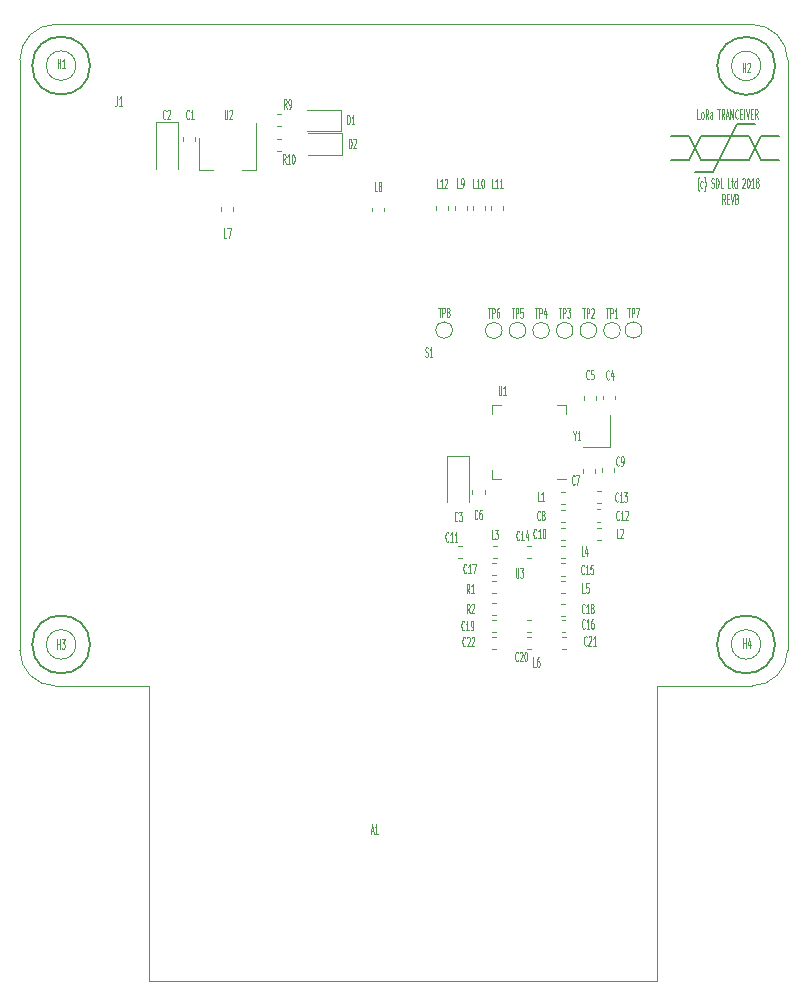
<source format=gbr>
G04 #@! TF.GenerationSoftware,KiCad,Pcbnew,5.0.2-bee76a0~70~ubuntu18.04.1*
G04 #@! TF.CreationDate,2019-08-06T12:18:04+01:00*
G04 #@! TF.ProjectId,LoRa-hat,4c6f5261-2d68-4617-942e-6b696361645f,rev?*
G04 #@! TF.SameCoordinates,Original*
G04 #@! TF.FileFunction,Legend,Top*
G04 #@! TF.FilePolarity,Positive*
%FSLAX46Y46*%
G04 Gerber Fmt 4.6, Leading zero omitted, Abs format (unit mm)*
G04 Created by KiCad (PCBNEW 5.0.2-bee76a0~70~ubuntu18.04.1) date Tue 06 Aug 2019 12:18:04 BST*
%MOMM*%
%LPD*%
G01*
G04 APERTURE LIST*
%ADD10C,0.100000*%
%ADD11C,0.120000*%
%ADD12C,0.150000*%
G04 APERTURE END LIST*
D10*
X89500000Y-116820000D02*
X89500000Y-141840000D01*
X138261428Y-76011904D02*
X138128095Y-75630952D01*
X138032857Y-76011904D02*
X138032857Y-75211904D01*
X138185238Y-75211904D01*
X138223333Y-75250000D01*
X138242380Y-75288095D01*
X138261428Y-75364285D01*
X138261428Y-75478571D01*
X138242380Y-75554761D01*
X138223333Y-75592857D01*
X138185238Y-75630952D01*
X138032857Y-75630952D01*
X138432857Y-75592857D02*
X138566190Y-75592857D01*
X138623333Y-76011904D02*
X138432857Y-76011904D01*
X138432857Y-75211904D01*
X138623333Y-75211904D01*
X138737619Y-75211904D02*
X138870952Y-76011904D01*
X139004285Y-75211904D01*
X139270952Y-75592857D02*
X139328095Y-75630952D01*
X139347142Y-75669047D01*
X139366190Y-75745238D01*
X139366190Y-75859523D01*
X139347142Y-75935714D01*
X139328095Y-75973809D01*
X139290000Y-76011904D01*
X139137619Y-76011904D01*
X139137619Y-75211904D01*
X139270952Y-75211904D01*
X139309047Y-75250000D01*
X139328095Y-75288095D01*
X139347142Y-75364285D01*
X139347142Y-75440476D01*
X139328095Y-75516666D01*
X139309047Y-75554761D01*
X139270952Y-75592857D01*
X139137619Y-75592857D01*
X132500000Y-141850000D02*
X89500000Y-141840000D01*
X132500000Y-116830000D02*
X132500000Y-141850000D01*
X132500000Y-116830000D02*
X140546356Y-116830000D01*
X81530000Y-116820000D02*
X89500000Y-116820000D01*
X81546356Y-116817611D02*
G75*
G02X78546356Y-113817611I0J3000000D01*
G01*
X143546351Y-113822847D02*
G75*
G02X140546356Y-116817611I-2999995J5236D01*
G01*
X136107619Y-68811904D02*
X135917142Y-68811904D01*
X135917142Y-68011904D01*
X136298095Y-68811904D02*
X136260000Y-68773809D01*
X136240952Y-68735714D01*
X136221904Y-68659523D01*
X136221904Y-68430952D01*
X136240952Y-68354761D01*
X136260000Y-68316666D01*
X136298095Y-68278571D01*
X136355238Y-68278571D01*
X136393333Y-68316666D01*
X136412380Y-68354761D01*
X136431428Y-68430952D01*
X136431428Y-68659523D01*
X136412380Y-68735714D01*
X136393333Y-68773809D01*
X136355238Y-68811904D01*
X136298095Y-68811904D01*
X136831428Y-68811904D02*
X136698095Y-68430952D01*
X136602857Y-68811904D02*
X136602857Y-68011904D01*
X136755238Y-68011904D01*
X136793333Y-68050000D01*
X136812380Y-68088095D01*
X136831428Y-68164285D01*
X136831428Y-68278571D01*
X136812380Y-68354761D01*
X136793333Y-68392857D01*
X136755238Y-68430952D01*
X136602857Y-68430952D01*
X137174285Y-68811904D02*
X137174285Y-68392857D01*
X137155238Y-68316666D01*
X137117142Y-68278571D01*
X137040952Y-68278571D01*
X137002857Y-68316666D01*
X137174285Y-68773809D02*
X137136190Y-68811904D01*
X137040952Y-68811904D01*
X137002857Y-68773809D01*
X136983809Y-68697619D01*
X136983809Y-68621428D01*
X137002857Y-68545238D01*
X137040952Y-68507142D01*
X137136190Y-68507142D01*
X137174285Y-68469047D01*
X137612380Y-68011904D02*
X137840952Y-68011904D01*
X137726666Y-68811904D02*
X137726666Y-68011904D01*
X138202857Y-68811904D02*
X138069523Y-68430952D01*
X137974285Y-68811904D02*
X137974285Y-68011904D01*
X138126666Y-68011904D01*
X138164761Y-68050000D01*
X138183809Y-68088095D01*
X138202857Y-68164285D01*
X138202857Y-68278571D01*
X138183809Y-68354761D01*
X138164761Y-68392857D01*
X138126666Y-68430952D01*
X137974285Y-68430952D01*
X138355238Y-68583333D02*
X138545714Y-68583333D01*
X138317142Y-68811904D02*
X138450476Y-68011904D01*
X138583809Y-68811904D01*
X138717142Y-68811904D02*
X138717142Y-68011904D01*
X138945714Y-68811904D01*
X138945714Y-68011904D01*
X139364761Y-68735714D02*
X139345714Y-68773809D01*
X139288571Y-68811904D01*
X139250476Y-68811904D01*
X139193333Y-68773809D01*
X139155238Y-68697619D01*
X139136190Y-68621428D01*
X139117142Y-68469047D01*
X139117142Y-68354761D01*
X139136190Y-68202380D01*
X139155238Y-68126190D01*
X139193333Y-68050000D01*
X139250476Y-68011904D01*
X139288571Y-68011904D01*
X139345714Y-68050000D01*
X139364761Y-68088095D01*
X139536190Y-68392857D02*
X139669523Y-68392857D01*
X139726666Y-68811904D02*
X139536190Y-68811904D01*
X139536190Y-68011904D01*
X139726666Y-68011904D01*
X139898095Y-68811904D02*
X139898095Y-68011904D01*
X140031428Y-68011904D02*
X140164761Y-68811904D01*
X140298095Y-68011904D01*
X140431428Y-68392857D02*
X140564761Y-68392857D01*
X140621904Y-68811904D02*
X140431428Y-68811904D01*
X140431428Y-68011904D01*
X140621904Y-68011904D01*
X141021904Y-68811904D02*
X140888571Y-68430952D01*
X140793333Y-68811904D02*
X140793333Y-68011904D01*
X140945714Y-68011904D01*
X140983809Y-68050000D01*
X141002857Y-68088095D01*
X141021904Y-68164285D01*
X141021904Y-68278571D01*
X141002857Y-68354761D01*
X140983809Y-68392857D01*
X140945714Y-68430952D01*
X140793333Y-68430952D01*
X78546356Y-63817611D02*
X78546356Y-113817611D01*
X78546356Y-63817611D02*
G75*
G02X81546356Y-60817611I3000000J0D01*
G01*
X140546356Y-60817611D02*
X81546356Y-60817611D01*
X140546356Y-60817611D02*
G75*
G02X143546356Y-63817611I0J-3000000D01*
G01*
X143546356Y-113817611D02*
X143546356Y-63817611D01*
D11*
G04 #@! TO.C,U1*
X124000000Y-99290000D02*
X124750000Y-99290000D01*
X118530000Y-93070000D02*
X118530000Y-93820000D01*
X119280000Y-93070000D02*
X118530000Y-93070000D01*
X124750000Y-93070000D02*
X124750000Y-93820000D01*
X124000000Y-93070000D02*
X124750000Y-93070000D01*
X118530000Y-99290000D02*
X118530000Y-98540000D01*
X119280000Y-99290000D02*
X118530000Y-99290000D01*
G04 #@! TO.C,L12*
X113820000Y-76224721D02*
X113820000Y-76550279D01*
X114840000Y-76224721D02*
X114840000Y-76550279D01*
G04 #@! TO.C,L9*
X116380000Y-76214721D02*
X116380000Y-76540279D01*
X115360000Y-76214721D02*
X115360000Y-76540279D01*
G04 #@! TO.C,L10*
X116920000Y-76194721D02*
X116920000Y-76520279D01*
X117940000Y-76194721D02*
X117940000Y-76520279D01*
G04 #@! TO.C,L11*
X119460000Y-76184721D02*
X119460000Y-76510279D01*
X118440000Y-76184721D02*
X118440000Y-76510279D01*
G04 #@! TO.C,R9*
X100304721Y-69430000D02*
X100630279Y-69430000D01*
X100304721Y-68410000D02*
X100630279Y-68410000D01*
G04 #@! TO.C,R10*
X100307221Y-70500000D02*
X100632779Y-70500000D01*
X100307221Y-71520000D02*
X100632779Y-71520000D01*
G04 #@! TO.C,D2*
X105827500Y-70050000D02*
X102942500Y-70050000D01*
X105827500Y-71870000D02*
X105827500Y-70050000D01*
X102942500Y-71870000D02*
X105827500Y-71870000D01*
G04 #@! TO.C,D1*
X102892500Y-69850000D02*
X105777500Y-69850000D01*
X105777500Y-69850000D02*
X105777500Y-68030000D01*
X105777500Y-68030000D02*
X102892500Y-68030000D01*
G04 #@! TO.C,C3*
X114705000Y-97350000D02*
X114705000Y-101260000D01*
X116575000Y-97350000D02*
X114705000Y-97350000D01*
X116575000Y-101260000D02*
X116575000Y-97350000D01*
G04 #@! TO.C,C17*
X118554721Y-107430000D02*
X118880279Y-107430000D01*
X118554721Y-106410000D02*
X118880279Y-106410000D01*
G04 #@! TO.C,L8*
X109400000Y-76324721D02*
X109400000Y-76650279D01*
X108380000Y-76324721D02*
X108380000Y-76650279D01*
G04 #@! TO.C,R2*
X118872779Y-110860000D02*
X118547221Y-110860000D01*
X118872779Y-109840000D02*
X118547221Y-109840000D01*
G04 #@! TO.C,R1*
X118870279Y-108980000D02*
X118544721Y-108980000D01*
X118870279Y-107960000D02*
X118544721Y-107960000D01*
G04 #@! TO.C,Y1*
X126240000Y-96590000D02*
X128540000Y-96590000D01*
X128540000Y-96590000D02*
X128540000Y-93890000D01*
G04 #@! TO.C,L7*
X96630000Y-76299721D02*
X96630000Y-76625279D01*
X95610000Y-76299721D02*
X95610000Y-76625279D01*
G04 #@! TO.C,TP5*
X121380000Y-86730000D02*
G75*
G03X121380000Y-86730000I-700000J0D01*
G01*
G04 #@! TO.C,TP4*
X123380000Y-86730000D02*
G75*
G03X123380000Y-86730000I-700000J0D01*
G01*
G04 #@! TO.C,TP3*
X125380000Y-86730000D02*
G75*
G03X125380000Y-86730000I-700000J0D01*
G01*
G04 #@! TO.C,TP2*
X127380000Y-86730000D02*
G75*
G03X127380000Y-86730000I-700000J0D01*
G01*
G04 #@! TO.C,TP8*
X115170000Y-86700000D02*
G75*
G03X115170000Y-86700000I-700000J0D01*
G01*
G04 #@! TO.C,TP7*
X131200000Y-86700000D02*
G75*
G03X131200000Y-86700000I-700000J0D01*
G01*
G04 #@! TO.C,TP6*
X119380000Y-86730000D02*
G75*
G03X119380000Y-86730000I-700000J0D01*
G01*
G04 #@! TO.C,TP1*
X129380000Y-86730000D02*
G75*
G03X129380000Y-86730000I-700000J0D01*
G01*
G04 #@! TO.C,C2*
X91925000Y-73030000D02*
X91925000Y-69120000D01*
X91925000Y-69120000D02*
X90055000Y-69120000D01*
X90055000Y-69120000D02*
X90055000Y-73030000D01*
G04 #@! TO.C,L5*
X124730279Y-107950000D02*
X124404721Y-107950000D01*
X124730279Y-108970000D02*
X124404721Y-108970000D01*
G04 #@! TO.C,L6*
X121810279Y-113670000D02*
X121484721Y-113670000D01*
X121810279Y-112650000D02*
X121484721Y-112650000D01*
G04 #@! TO.C,L4*
X124394721Y-105980000D02*
X124720279Y-105980000D01*
X124394721Y-104960000D02*
X124720279Y-104960000D01*
G04 #@! TO.C,L3*
X118584721Y-104970000D02*
X118910279Y-104970000D01*
X118584721Y-105990000D02*
X118910279Y-105990000D01*
G04 #@! TO.C,L1*
X124377221Y-101390000D02*
X124702779Y-101390000D01*
X124377221Y-100370000D02*
X124702779Y-100370000D01*
G04 #@! TO.C,L2*
X127750279Y-104450000D02*
X127424721Y-104450000D01*
X127750279Y-103430000D02*
X127424721Y-103430000D01*
G04 #@! TO.C,C21*
X124444721Y-113680000D02*
X124770279Y-113680000D01*
X124444721Y-112660000D02*
X124770279Y-112660000D01*
G04 #@! TO.C,C22*
X118862779Y-113680000D02*
X118537221Y-113680000D01*
X118862779Y-112660000D02*
X118537221Y-112660000D01*
G04 #@! TO.C,C11*
X115945279Y-104990000D02*
X115619721Y-104990000D01*
X115945279Y-106010000D02*
X115619721Y-106010000D01*
G04 #@! TO.C,C4*
X127940000Y-92572779D02*
X127940000Y-92247221D01*
X128960000Y-92572779D02*
X128960000Y-92247221D01*
G04 #@! TO.C,C5*
X127320000Y-92582779D02*
X127320000Y-92257221D01*
X126300000Y-92582779D02*
X126300000Y-92257221D01*
G04 #@! TO.C,C6*
X117890000Y-100234721D02*
X117890000Y-100560279D01*
X116870000Y-100234721D02*
X116870000Y-100560279D01*
G04 #@! TO.C,C7*
X126220000Y-98479721D02*
X126220000Y-98805279D01*
X127240000Y-98479721D02*
X127240000Y-98805279D01*
G04 #@! TO.C,C8*
X124710279Y-102920000D02*
X124384721Y-102920000D01*
X124710279Y-101900000D02*
X124384721Y-101900000D01*
G04 #@! TO.C,C9*
X127830000Y-98419721D02*
X127830000Y-98745279D01*
X128850000Y-98419721D02*
X128850000Y-98745279D01*
G04 #@! TO.C,C10*
X124384721Y-103430000D02*
X124710279Y-103430000D01*
X124384721Y-104450000D02*
X124710279Y-104450000D01*
G04 #@! TO.C,C1*
X92350000Y-70337221D02*
X92350000Y-70662779D01*
X93370000Y-70337221D02*
X93370000Y-70662779D01*
G04 #@! TO.C,C12*
X127374721Y-101890000D02*
X127700279Y-101890000D01*
X127374721Y-102910000D02*
X127700279Y-102910000D01*
G04 #@! TO.C,C13*
X127387221Y-101370000D02*
X127712779Y-101370000D01*
X127387221Y-100350000D02*
X127712779Y-100350000D01*
G04 #@! TO.C,C14*
X121484721Y-104970000D02*
X121810279Y-104970000D01*
X121484721Y-105990000D02*
X121810279Y-105990000D01*
G04 #@! TO.C,C15*
X124732779Y-106460000D02*
X124407221Y-106460000D01*
X124732779Y-107480000D02*
X124407221Y-107480000D01*
G04 #@! TO.C,C16*
X124414721Y-111240000D02*
X124740279Y-111240000D01*
X124414721Y-112260000D02*
X124740279Y-112260000D01*
G04 #@! TO.C,C18*
X124374721Y-109860000D02*
X124700279Y-109860000D01*
X124374721Y-110880000D02*
X124700279Y-110880000D01*
G04 #@! TO.C,C19*
X118872779Y-111240000D02*
X118547221Y-111240000D01*
X118872779Y-112260000D02*
X118547221Y-112260000D01*
G04 #@! TO.C,C20*
X121802779Y-112230000D02*
X121477221Y-112230000D01*
X121802779Y-111210000D02*
X121477221Y-111210000D01*
G04 #@! TO.C,U2*
X94940000Y-73150000D02*
X93740000Y-73150000D01*
X93740000Y-73150000D02*
X93740000Y-70450000D01*
X98540000Y-69150000D02*
X98540000Y-73150000D01*
X98540000Y-73150000D02*
X97340000Y-73150000D01*
D12*
G04 #@! TO.C,H4*
X142480000Y-113310000D02*
G75*
G03X142480000Y-113310000I-2450000J0D01*
G01*
G04 #@! TO.C,H3*
X84490000Y-113320000D02*
G75*
G03X84490000Y-113320000I-2450000J0D01*
G01*
G04 #@! TO.C,H2*
X142490000Y-64330000D02*
G75*
G03X142490000Y-64330000I-2450000J0D01*
G01*
G04 #@! TO.C,H1*
X84490000Y-64310000D02*
G75*
G03X84490000Y-64310000I-2450000J0D01*
G01*
G04 #@! TO.C,(c) SDL Ltd 2018*
X137276000Y-73338000D02*
X135752000Y-73338000D01*
X138292000Y-71306000D02*
X137276000Y-73338000D01*
X139308000Y-69274000D02*
X140832000Y-69274000D01*
X138292000Y-71306000D02*
X139308000Y-69274000D01*
X141340000Y-72322000D02*
X142864000Y-72322000D01*
X140832000Y-71306000D02*
X141340000Y-72322000D01*
X141340000Y-70290000D02*
X142864000Y-70290000D01*
X140832000Y-71306000D02*
X141340000Y-70290000D01*
X135244000Y-72322000D02*
X133720000Y-72322000D01*
X135752000Y-71306000D02*
X135244000Y-72322000D01*
X135244000Y-70290000D02*
X133720000Y-70290000D01*
X135752000Y-71306000D02*
X135244000Y-70290000D01*
X135752000Y-71306000D02*
X136260000Y-70290000D01*
X136260000Y-72322000D02*
X135752000Y-71306000D01*
X140324000Y-72322000D02*
X136260000Y-72322000D01*
X140832000Y-71306000D02*
X140324000Y-72322000D01*
X140324000Y-70290000D02*
X140832000Y-71306000D01*
X136260000Y-70290000D02*
X140324000Y-70290000D01*
G04 #@! TD*
D10*
G04 #@! TO.C,H4*
X141280000Y-113310000D02*
G75*
G03X141280000Y-113310000I-1250000J0D01*
G01*
G04 #@! TD*
G04 #@! TO.C,H3*
X83290000Y-113320000D02*
G75*
G03X83290000Y-113320000I-1250000J0D01*
G01*
G04 #@! TD*
G04 #@! TO.C,H2*
X141290000Y-64330000D02*
G75*
G03X141290000Y-64330000I-1250000J0D01*
G01*
G04 #@! TD*
G04 #@! TO.C,H1*
X83290000Y-64310000D02*
G75*
G03X83290000Y-64310000I-1250000J0D01*
G01*
G04 #@! TD*
G04 #@! TO.C,U1*
X119095238Y-91411904D02*
X119095238Y-92059523D01*
X119114285Y-92135714D01*
X119133333Y-92173809D01*
X119171428Y-92211904D01*
X119247619Y-92211904D01*
X119285714Y-92173809D01*
X119304761Y-92135714D01*
X119323809Y-92059523D01*
X119323809Y-91411904D01*
X119723809Y-92211904D02*
X119495238Y-92211904D01*
X119609523Y-92211904D02*
X119609523Y-91411904D01*
X119571428Y-91526190D01*
X119533333Y-91602380D01*
X119495238Y-91640476D01*
G04 #@! TO.C,S1*
X112875238Y-88913809D02*
X112932380Y-88951904D01*
X113027619Y-88951904D01*
X113065714Y-88913809D01*
X113084761Y-88875714D01*
X113103809Y-88799523D01*
X113103809Y-88723333D01*
X113084761Y-88647142D01*
X113065714Y-88609047D01*
X113027619Y-88570952D01*
X112951428Y-88532857D01*
X112913333Y-88494761D01*
X112894285Y-88456666D01*
X112875238Y-88380476D01*
X112875238Y-88304285D01*
X112894285Y-88228095D01*
X112913333Y-88190000D01*
X112951428Y-88151904D01*
X113046666Y-88151904D01*
X113103809Y-88190000D01*
X113484761Y-88951904D02*
X113256190Y-88951904D01*
X113370476Y-88951904D02*
X113370476Y-88151904D01*
X113332380Y-88266190D01*
X113294285Y-88342380D01*
X113256190Y-88380476D01*
G04 #@! TO.C,L12*
X114022857Y-74689404D02*
X113832380Y-74689404D01*
X113832380Y-73889404D01*
X114365714Y-74689404D02*
X114137142Y-74689404D01*
X114251428Y-74689404D02*
X114251428Y-73889404D01*
X114213333Y-74003690D01*
X114175238Y-74079880D01*
X114137142Y-74117976D01*
X114518095Y-73965595D02*
X114537142Y-73927500D01*
X114575238Y-73889404D01*
X114670476Y-73889404D01*
X114708571Y-73927500D01*
X114727619Y-73965595D01*
X114746666Y-74041785D01*
X114746666Y-74117976D01*
X114727619Y-74232261D01*
X114499047Y-74689404D01*
X114746666Y-74689404D01*
G04 #@! TO.C,L9*
X115773333Y-74661904D02*
X115582857Y-74661904D01*
X115582857Y-73861904D01*
X115925714Y-74661904D02*
X116001904Y-74661904D01*
X116040000Y-74623809D01*
X116059047Y-74585714D01*
X116097142Y-74471428D01*
X116116190Y-74319047D01*
X116116190Y-74014285D01*
X116097142Y-73938095D01*
X116078095Y-73900000D01*
X116040000Y-73861904D01*
X115963809Y-73861904D01*
X115925714Y-73900000D01*
X115906666Y-73938095D01*
X115887619Y-74014285D01*
X115887619Y-74204761D01*
X115906666Y-74280952D01*
X115925714Y-74319047D01*
X115963809Y-74357142D01*
X116040000Y-74357142D01*
X116078095Y-74319047D01*
X116097142Y-74280952D01*
X116116190Y-74204761D01*
G04 #@! TO.C,L10*
X117132857Y-74679404D02*
X116942380Y-74679404D01*
X116942380Y-73879404D01*
X117475714Y-74679404D02*
X117247142Y-74679404D01*
X117361428Y-74679404D02*
X117361428Y-73879404D01*
X117323333Y-73993690D01*
X117285238Y-74069880D01*
X117247142Y-74107976D01*
X117723333Y-73879404D02*
X117761428Y-73879404D01*
X117799523Y-73917500D01*
X117818571Y-73955595D01*
X117837619Y-74031785D01*
X117856666Y-74184166D01*
X117856666Y-74374642D01*
X117837619Y-74527023D01*
X117818571Y-74603214D01*
X117799523Y-74641309D01*
X117761428Y-74679404D01*
X117723333Y-74679404D01*
X117685238Y-74641309D01*
X117666190Y-74603214D01*
X117647142Y-74527023D01*
X117628095Y-74374642D01*
X117628095Y-74184166D01*
X117647142Y-74031785D01*
X117666190Y-73955595D01*
X117685238Y-73917500D01*
X117723333Y-73879404D01*
G04 #@! TO.C,L11*
X118692857Y-74671904D02*
X118502380Y-74671904D01*
X118502380Y-73871904D01*
X119035714Y-74671904D02*
X118807142Y-74671904D01*
X118921428Y-74671904D02*
X118921428Y-73871904D01*
X118883333Y-73986190D01*
X118845238Y-74062380D01*
X118807142Y-74100476D01*
X119416666Y-74671904D02*
X119188095Y-74671904D01*
X119302380Y-74671904D02*
X119302380Y-73871904D01*
X119264285Y-73986190D01*
X119226190Y-74062380D01*
X119188095Y-74100476D01*
G04 #@! TO.C,R9*
X101133333Y-67951904D02*
X101000000Y-67570952D01*
X100904761Y-67951904D02*
X100904761Y-67151904D01*
X101057142Y-67151904D01*
X101095238Y-67190000D01*
X101114285Y-67228095D01*
X101133333Y-67304285D01*
X101133333Y-67418571D01*
X101114285Y-67494761D01*
X101095238Y-67532857D01*
X101057142Y-67570952D01*
X100904761Y-67570952D01*
X101323809Y-67951904D02*
X101400000Y-67951904D01*
X101438095Y-67913809D01*
X101457142Y-67875714D01*
X101495238Y-67761428D01*
X101514285Y-67609047D01*
X101514285Y-67304285D01*
X101495238Y-67228095D01*
X101476190Y-67190000D01*
X101438095Y-67151904D01*
X101361904Y-67151904D01*
X101323809Y-67190000D01*
X101304761Y-67228095D01*
X101285714Y-67304285D01*
X101285714Y-67494761D01*
X101304761Y-67570952D01*
X101323809Y-67609047D01*
X101361904Y-67647142D01*
X101438095Y-67647142D01*
X101476190Y-67609047D01*
X101495238Y-67570952D01*
X101514285Y-67494761D01*
G04 #@! TO.C,R10*
X101042857Y-72611904D02*
X100909523Y-72230952D01*
X100814285Y-72611904D02*
X100814285Y-71811904D01*
X100966666Y-71811904D01*
X101004761Y-71850000D01*
X101023809Y-71888095D01*
X101042857Y-71964285D01*
X101042857Y-72078571D01*
X101023809Y-72154761D01*
X101004761Y-72192857D01*
X100966666Y-72230952D01*
X100814285Y-72230952D01*
X101423809Y-72611904D02*
X101195238Y-72611904D01*
X101309523Y-72611904D02*
X101309523Y-71811904D01*
X101271428Y-71926190D01*
X101233333Y-72002380D01*
X101195238Y-72040476D01*
X101671428Y-71811904D02*
X101709523Y-71811904D01*
X101747619Y-71850000D01*
X101766666Y-71888095D01*
X101785714Y-71964285D01*
X101804761Y-72116666D01*
X101804761Y-72307142D01*
X101785714Y-72459523D01*
X101766666Y-72535714D01*
X101747619Y-72573809D01*
X101709523Y-72611904D01*
X101671428Y-72611904D01*
X101633333Y-72573809D01*
X101614285Y-72535714D01*
X101595238Y-72459523D01*
X101576190Y-72307142D01*
X101576190Y-72116666D01*
X101595238Y-71964285D01*
X101614285Y-71888095D01*
X101633333Y-71850000D01*
X101671428Y-71811904D01*
G04 #@! TO.C,D2*
X106414761Y-71281904D02*
X106414761Y-70481904D01*
X106510000Y-70481904D01*
X106567142Y-70520000D01*
X106605238Y-70596190D01*
X106624285Y-70672380D01*
X106643333Y-70824761D01*
X106643333Y-70939047D01*
X106624285Y-71091428D01*
X106605238Y-71167619D01*
X106567142Y-71243809D01*
X106510000Y-71281904D01*
X106414761Y-71281904D01*
X106795714Y-70558095D02*
X106814761Y-70520000D01*
X106852857Y-70481904D01*
X106948095Y-70481904D01*
X106986190Y-70520000D01*
X107005238Y-70558095D01*
X107024285Y-70634285D01*
X107024285Y-70710476D01*
X107005238Y-70824761D01*
X106776666Y-71281904D01*
X107024285Y-71281904D01*
G04 #@! TO.C,D1*
X106267261Y-69291904D02*
X106267261Y-68491904D01*
X106362500Y-68491904D01*
X106419642Y-68530000D01*
X106457738Y-68606190D01*
X106476785Y-68682380D01*
X106495833Y-68834761D01*
X106495833Y-68949047D01*
X106476785Y-69101428D01*
X106457738Y-69177619D01*
X106419642Y-69253809D01*
X106362500Y-69291904D01*
X106267261Y-69291904D01*
X106876785Y-69291904D02*
X106648214Y-69291904D01*
X106762500Y-69291904D02*
X106762500Y-68491904D01*
X106724404Y-68606190D01*
X106686309Y-68682380D01*
X106648214Y-68720476D01*
G04 #@! TO.C,C3*
X115603333Y-102795714D02*
X115584285Y-102833809D01*
X115527142Y-102871904D01*
X115489047Y-102871904D01*
X115431904Y-102833809D01*
X115393809Y-102757619D01*
X115374761Y-102681428D01*
X115355714Y-102529047D01*
X115355714Y-102414761D01*
X115374761Y-102262380D01*
X115393809Y-102186190D01*
X115431904Y-102110000D01*
X115489047Y-102071904D01*
X115527142Y-102071904D01*
X115584285Y-102110000D01*
X115603333Y-102148095D01*
X115736666Y-102071904D02*
X115984285Y-102071904D01*
X115850952Y-102376666D01*
X115908095Y-102376666D01*
X115946190Y-102414761D01*
X115965238Y-102452857D01*
X115984285Y-102529047D01*
X115984285Y-102719523D01*
X115965238Y-102795714D01*
X115946190Y-102833809D01*
X115908095Y-102871904D01*
X115793809Y-102871904D01*
X115755714Y-102833809D01*
X115736666Y-102795714D01*
G04 #@! TO.C,C17*
X116352857Y-107225714D02*
X116333809Y-107263809D01*
X116276666Y-107301904D01*
X116238571Y-107301904D01*
X116181428Y-107263809D01*
X116143333Y-107187619D01*
X116124285Y-107111428D01*
X116105238Y-106959047D01*
X116105238Y-106844761D01*
X116124285Y-106692380D01*
X116143333Y-106616190D01*
X116181428Y-106540000D01*
X116238571Y-106501904D01*
X116276666Y-106501904D01*
X116333809Y-106540000D01*
X116352857Y-106578095D01*
X116733809Y-107301904D02*
X116505238Y-107301904D01*
X116619523Y-107301904D02*
X116619523Y-106501904D01*
X116581428Y-106616190D01*
X116543333Y-106692380D01*
X116505238Y-106730476D01*
X116867142Y-106501904D02*
X117133809Y-106501904D01*
X116962380Y-107301904D01*
G04 #@! TO.C,L8*
X108803333Y-74921904D02*
X108612857Y-74921904D01*
X108612857Y-74121904D01*
X108993809Y-74464761D02*
X108955714Y-74426666D01*
X108936666Y-74388571D01*
X108917619Y-74312380D01*
X108917619Y-74274285D01*
X108936666Y-74198095D01*
X108955714Y-74160000D01*
X108993809Y-74121904D01*
X109070000Y-74121904D01*
X109108095Y-74160000D01*
X109127142Y-74198095D01*
X109146190Y-74274285D01*
X109146190Y-74312380D01*
X109127142Y-74388571D01*
X109108095Y-74426666D01*
X109070000Y-74464761D01*
X108993809Y-74464761D01*
X108955714Y-74502857D01*
X108936666Y-74540952D01*
X108917619Y-74617142D01*
X108917619Y-74769523D01*
X108936666Y-74845714D01*
X108955714Y-74883809D01*
X108993809Y-74921904D01*
X109070000Y-74921904D01*
X109108095Y-74883809D01*
X109127142Y-74845714D01*
X109146190Y-74769523D01*
X109146190Y-74617142D01*
X109127142Y-74540952D01*
X109108095Y-74502857D01*
X109070000Y-74464761D01*
G04 #@! TO.C,A1*
X108284285Y-129113333D02*
X108474761Y-129113333D01*
X108246190Y-129341904D02*
X108379523Y-128541904D01*
X108512857Y-129341904D01*
X108855714Y-129341904D02*
X108627142Y-129341904D01*
X108741428Y-129341904D02*
X108741428Y-128541904D01*
X108703333Y-128656190D01*
X108665238Y-128732380D01*
X108627142Y-128770476D01*
G04 #@! TO.C,R2*
X116633333Y-110681904D02*
X116500000Y-110300952D01*
X116404761Y-110681904D02*
X116404761Y-109881904D01*
X116557142Y-109881904D01*
X116595238Y-109920000D01*
X116614285Y-109958095D01*
X116633333Y-110034285D01*
X116633333Y-110148571D01*
X116614285Y-110224761D01*
X116595238Y-110262857D01*
X116557142Y-110300952D01*
X116404761Y-110300952D01*
X116785714Y-109958095D02*
X116804761Y-109920000D01*
X116842857Y-109881904D01*
X116938095Y-109881904D01*
X116976190Y-109920000D01*
X116995238Y-109958095D01*
X117014285Y-110034285D01*
X117014285Y-110110476D01*
X116995238Y-110224761D01*
X116766666Y-110681904D01*
X117014285Y-110681904D01*
G04 #@! TO.C,R1*
X116613333Y-108961904D02*
X116480000Y-108580952D01*
X116384761Y-108961904D02*
X116384761Y-108161904D01*
X116537142Y-108161904D01*
X116575238Y-108200000D01*
X116594285Y-108238095D01*
X116613333Y-108314285D01*
X116613333Y-108428571D01*
X116594285Y-108504761D01*
X116575238Y-108542857D01*
X116537142Y-108580952D01*
X116384761Y-108580952D01*
X116994285Y-108961904D02*
X116765714Y-108961904D01*
X116880000Y-108961904D02*
X116880000Y-108161904D01*
X116841904Y-108276190D01*
X116803809Y-108352380D01*
X116765714Y-108390476D01*
G04 #@! TO.C,U3*
X120535238Y-106871904D02*
X120535238Y-107519523D01*
X120554285Y-107595714D01*
X120573333Y-107633809D01*
X120611428Y-107671904D01*
X120687619Y-107671904D01*
X120725714Y-107633809D01*
X120744761Y-107595714D01*
X120763809Y-107519523D01*
X120763809Y-106871904D01*
X120916190Y-106871904D02*
X121163809Y-106871904D01*
X121030476Y-107176666D01*
X121087619Y-107176666D01*
X121125714Y-107214761D01*
X121144761Y-107252857D01*
X121163809Y-107329047D01*
X121163809Y-107519523D01*
X121144761Y-107595714D01*
X121125714Y-107633809D01*
X121087619Y-107671904D01*
X120973333Y-107671904D01*
X120935238Y-107633809D01*
X120916190Y-107595714D01*
G04 #@! TO.C,Y1*
X125529523Y-95640952D02*
X125529523Y-96021904D01*
X125396190Y-95221904D02*
X125529523Y-95640952D01*
X125662857Y-95221904D01*
X126005714Y-96021904D02*
X125777142Y-96021904D01*
X125891428Y-96021904D02*
X125891428Y-95221904D01*
X125853333Y-95336190D01*
X125815238Y-95412380D01*
X125777142Y-95450476D01*
G04 #@! TO.C,L7*
X96033333Y-78871904D02*
X95842857Y-78871904D01*
X95842857Y-78071904D01*
X96128571Y-78071904D02*
X96395238Y-78071904D01*
X96223809Y-78871904D01*
G04 #@! TO.C,TP5*
X120175238Y-84843904D02*
X120403809Y-84843904D01*
X120289523Y-85643904D02*
X120289523Y-84843904D01*
X120537142Y-85643904D02*
X120537142Y-84843904D01*
X120689523Y-84843904D01*
X120727619Y-84882000D01*
X120746666Y-84920095D01*
X120765714Y-84996285D01*
X120765714Y-85110571D01*
X120746666Y-85186761D01*
X120727619Y-85224857D01*
X120689523Y-85262952D01*
X120537142Y-85262952D01*
X121127619Y-84843904D02*
X120937142Y-84843904D01*
X120918095Y-85224857D01*
X120937142Y-85186761D01*
X120975238Y-85148666D01*
X121070476Y-85148666D01*
X121108571Y-85186761D01*
X121127619Y-85224857D01*
X121146666Y-85301047D01*
X121146666Y-85491523D01*
X121127619Y-85567714D01*
X121108571Y-85605809D01*
X121070476Y-85643904D01*
X120975238Y-85643904D01*
X120937142Y-85605809D01*
X120918095Y-85567714D01*
G04 #@! TO.C,TP4*
X122175238Y-84843904D02*
X122403809Y-84843904D01*
X122289523Y-85643904D02*
X122289523Y-84843904D01*
X122537142Y-85643904D02*
X122537142Y-84843904D01*
X122689523Y-84843904D01*
X122727619Y-84882000D01*
X122746666Y-84920095D01*
X122765714Y-84996285D01*
X122765714Y-85110571D01*
X122746666Y-85186761D01*
X122727619Y-85224857D01*
X122689523Y-85262952D01*
X122537142Y-85262952D01*
X123108571Y-85110571D02*
X123108571Y-85643904D01*
X123013333Y-84805809D02*
X122918095Y-85377238D01*
X123165714Y-85377238D01*
G04 #@! TO.C,TP3*
X124175238Y-84843904D02*
X124403809Y-84843904D01*
X124289523Y-85643904D02*
X124289523Y-84843904D01*
X124537142Y-85643904D02*
X124537142Y-84843904D01*
X124689523Y-84843904D01*
X124727619Y-84882000D01*
X124746666Y-84920095D01*
X124765714Y-84996285D01*
X124765714Y-85110571D01*
X124746666Y-85186761D01*
X124727619Y-85224857D01*
X124689523Y-85262952D01*
X124537142Y-85262952D01*
X124899047Y-84843904D02*
X125146666Y-84843904D01*
X125013333Y-85148666D01*
X125070476Y-85148666D01*
X125108571Y-85186761D01*
X125127619Y-85224857D01*
X125146666Y-85301047D01*
X125146666Y-85491523D01*
X125127619Y-85567714D01*
X125108571Y-85605809D01*
X125070476Y-85643904D01*
X124956190Y-85643904D01*
X124918095Y-85605809D01*
X124899047Y-85567714D01*
G04 #@! TO.C,TP2*
X126175238Y-84843904D02*
X126403809Y-84843904D01*
X126289523Y-85643904D02*
X126289523Y-84843904D01*
X126537142Y-85643904D02*
X126537142Y-84843904D01*
X126689523Y-84843904D01*
X126727619Y-84882000D01*
X126746666Y-84920095D01*
X126765714Y-84996285D01*
X126765714Y-85110571D01*
X126746666Y-85186761D01*
X126727619Y-85224857D01*
X126689523Y-85262952D01*
X126537142Y-85262952D01*
X126918095Y-84920095D02*
X126937142Y-84882000D01*
X126975238Y-84843904D01*
X127070476Y-84843904D01*
X127108571Y-84882000D01*
X127127619Y-84920095D01*
X127146666Y-84996285D01*
X127146666Y-85072476D01*
X127127619Y-85186761D01*
X126899047Y-85643904D01*
X127146666Y-85643904D01*
G04 #@! TO.C,TP8*
X113965238Y-84813904D02*
X114193809Y-84813904D01*
X114079523Y-85613904D02*
X114079523Y-84813904D01*
X114327142Y-85613904D02*
X114327142Y-84813904D01*
X114479523Y-84813904D01*
X114517619Y-84852000D01*
X114536666Y-84890095D01*
X114555714Y-84966285D01*
X114555714Y-85080571D01*
X114536666Y-85156761D01*
X114517619Y-85194857D01*
X114479523Y-85232952D01*
X114327142Y-85232952D01*
X114784285Y-85156761D02*
X114746190Y-85118666D01*
X114727142Y-85080571D01*
X114708095Y-85004380D01*
X114708095Y-84966285D01*
X114727142Y-84890095D01*
X114746190Y-84852000D01*
X114784285Y-84813904D01*
X114860476Y-84813904D01*
X114898571Y-84852000D01*
X114917619Y-84890095D01*
X114936666Y-84966285D01*
X114936666Y-85004380D01*
X114917619Y-85080571D01*
X114898571Y-85118666D01*
X114860476Y-85156761D01*
X114784285Y-85156761D01*
X114746190Y-85194857D01*
X114727142Y-85232952D01*
X114708095Y-85309142D01*
X114708095Y-85461523D01*
X114727142Y-85537714D01*
X114746190Y-85575809D01*
X114784285Y-85613904D01*
X114860476Y-85613904D01*
X114898571Y-85575809D01*
X114917619Y-85537714D01*
X114936666Y-85461523D01*
X114936666Y-85309142D01*
X114917619Y-85232952D01*
X114898571Y-85194857D01*
X114860476Y-85156761D01*
G04 #@! TO.C,TP7*
X129995238Y-84813904D02*
X130223809Y-84813904D01*
X130109523Y-85613904D02*
X130109523Y-84813904D01*
X130357142Y-85613904D02*
X130357142Y-84813904D01*
X130509523Y-84813904D01*
X130547619Y-84852000D01*
X130566666Y-84890095D01*
X130585714Y-84966285D01*
X130585714Y-85080571D01*
X130566666Y-85156761D01*
X130547619Y-85194857D01*
X130509523Y-85232952D01*
X130357142Y-85232952D01*
X130719047Y-84813904D02*
X130985714Y-84813904D01*
X130814285Y-85613904D01*
G04 #@! TO.C,TP6*
X118175238Y-84843904D02*
X118403809Y-84843904D01*
X118289523Y-85643904D02*
X118289523Y-84843904D01*
X118537142Y-85643904D02*
X118537142Y-84843904D01*
X118689523Y-84843904D01*
X118727619Y-84882000D01*
X118746666Y-84920095D01*
X118765714Y-84996285D01*
X118765714Y-85110571D01*
X118746666Y-85186761D01*
X118727619Y-85224857D01*
X118689523Y-85262952D01*
X118537142Y-85262952D01*
X119108571Y-84843904D02*
X119032380Y-84843904D01*
X118994285Y-84882000D01*
X118975238Y-84920095D01*
X118937142Y-85034380D01*
X118918095Y-85186761D01*
X118918095Y-85491523D01*
X118937142Y-85567714D01*
X118956190Y-85605809D01*
X118994285Y-85643904D01*
X119070476Y-85643904D01*
X119108571Y-85605809D01*
X119127619Y-85567714D01*
X119146666Y-85491523D01*
X119146666Y-85301047D01*
X119127619Y-85224857D01*
X119108571Y-85186761D01*
X119070476Y-85148666D01*
X118994285Y-85148666D01*
X118956190Y-85186761D01*
X118937142Y-85224857D01*
X118918095Y-85301047D01*
G04 #@! TO.C,TP1*
X128175238Y-84843904D02*
X128403809Y-84843904D01*
X128289523Y-85643904D02*
X128289523Y-84843904D01*
X128537142Y-85643904D02*
X128537142Y-84843904D01*
X128689523Y-84843904D01*
X128727619Y-84882000D01*
X128746666Y-84920095D01*
X128765714Y-84996285D01*
X128765714Y-85110571D01*
X128746666Y-85186761D01*
X128727619Y-85224857D01*
X128689523Y-85262952D01*
X128537142Y-85262952D01*
X129146666Y-85643904D02*
X128918095Y-85643904D01*
X129032380Y-85643904D02*
X129032380Y-84843904D01*
X128994285Y-84958190D01*
X128956190Y-85034380D01*
X128918095Y-85072476D01*
G04 #@! TO.C,C2*
X90883333Y-68765714D02*
X90864285Y-68803809D01*
X90807142Y-68841904D01*
X90769047Y-68841904D01*
X90711904Y-68803809D01*
X90673809Y-68727619D01*
X90654761Y-68651428D01*
X90635714Y-68499047D01*
X90635714Y-68384761D01*
X90654761Y-68232380D01*
X90673809Y-68156190D01*
X90711904Y-68080000D01*
X90769047Y-68041904D01*
X90807142Y-68041904D01*
X90864285Y-68080000D01*
X90883333Y-68118095D01*
X91035714Y-68118095D02*
X91054761Y-68080000D01*
X91092857Y-68041904D01*
X91188095Y-68041904D01*
X91226190Y-68080000D01*
X91245238Y-68118095D01*
X91264285Y-68194285D01*
X91264285Y-68270476D01*
X91245238Y-68384761D01*
X91016666Y-68841904D01*
X91264285Y-68841904D01*
G04 #@! TO.C,L5*
X126373333Y-108941904D02*
X126182857Y-108941904D01*
X126182857Y-108141904D01*
X126697142Y-108141904D02*
X126506666Y-108141904D01*
X126487619Y-108522857D01*
X126506666Y-108484761D01*
X126544761Y-108446666D01*
X126640000Y-108446666D01*
X126678095Y-108484761D01*
X126697142Y-108522857D01*
X126716190Y-108599047D01*
X126716190Y-108789523D01*
X126697142Y-108865714D01*
X126678095Y-108903809D01*
X126640000Y-108941904D01*
X126544761Y-108941904D01*
X126506666Y-108903809D01*
X126487619Y-108865714D01*
G04 #@! TO.C,L6*
X122213333Y-115211904D02*
X122022857Y-115211904D01*
X122022857Y-114411904D01*
X122518095Y-114411904D02*
X122441904Y-114411904D01*
X122403809Y-114450000D01*
X122384761Y-114488095D01*
X122346666Y-114602380D01*
X122327619Y-114754761D01*
X122327619Y-115059523D01*
X122346666Y-115135714D01*
X122365714Y-115173809D01*
X122403809Y-115211904D01*
X122480000Y-115211904D01*
X122518095Y-115173809D01*
X122537142Y-115135714D01*
X122556190Y-115059523D01*
X122556190Y-114869047D01*
X122537142Y-114792857D01*
X122518095Y-114754761D01*
X122480000Y-114716666D01*
X122403809Y-114716666D01*
X122365714Y-114754761D01*
X122346666Y-114792857D01*
X122327619Y-114869047D01*
G04 #@! TO.C,L4*
X126303333Y-105811904D02*
X126112857Y-105811904D01*
X126112857Y-105011904D01*
X126608095Y-105278571D02*
X126608095Y-105811904D01*
X126512857Y-104973809D02*
X126417619Y-105545238D01*
X126665238Y-105545238D01*
G04 #@! TO.C,L3*
X118680833Y-104411904D02*
X118490357Y-104411904D01*
X118490357Y-103611904D01*
X118776071Y-103611904D02*
X119023690Y-103611904D01*
X118890357Y-103916666D01*
X118947500Y-103916666D01*
X118985595Y-103954761D01*
X119004642Y-103992857D01*
X119023690Y-104069047D01*
X119023690Y-104259523D01*
X119004642Y-104335714D01*
X118985595Y-104373809D01*
X118947500Y-104411904D01*
X118833214Y-104411904D01*
X118795119Y-104373809D01*
X118776071Y-104335714D01*
G04 #@! TO.C,L1*
X122595833Y-101181904D02*
X122405357Y-101181904D01*
X122405357Y-100381904D01*
X122938690Y-101181904D02*
X122710119Y-101181904D01*
X122824404Y-101181904D02*
X122824404Y-100381904D01*
X122786309Y-100496190D01*
X122748214Y-100572380D01*
X122710119Y-100610476D01*
G04 #@! TO.C,L2*
X129283333Y-104301904D02*
X129092857Y-104301904D01*
X129092857Y-103501904D01*
X129397619Y-103578095D02*
X129416666Y-103540000D01*
X129454761Y-103501904D01*
X129550000Y-103501904D01*
X129588095Y-103540000D01*
X129607142Y-103578095D01*
X129626190Y-103654285D01*
X129626190Y-103730476D01*
X129607142Y-103844761D01*
X129378571Y-104301904D01*
X129626190Y-104301904D01*
G04 #@! TO.C,C21*
X126560357Y-113335714D02*
X126541309Y-113373809D01*
X126484166Y-113411904D01*
X126446071Y-113411904D01*
X126388928Y-113373809D01*
X126350833Y-113297619D01*
X126331785Y-113221428D01*
X126312738Y-113069047D01*
X126312738Y-112954761D01*
X126331785Y-112802380D01*
X126350833Y-112726190D01*
X126388928Y-112650000D01*
X126446071Y-112611904D01*
X126484166Y-112611904D01*
X126541309Y-112650000D01*
X126560357Y-112688095D01*
X126712738Y-112688095D02*
X126731785Y-112650000D01*
X126769880Y-112611904D01*
X126865119Y-112611904D01*
X126903214Y-112650000D01*
X126922261Y-112688095D01*
X126941309Y-112764285D01*
X126941309Y-112840476D01*
X126922261Y-112954761D01*
X126693690Y-113411904D01*
X126941309Y-113411904D01*
X127322261Y-113411904D02*
X127093690Y-113411904D01*
X127207976Y-113411904D02*
X127207976Y-112611904D01*
X127169880Y-112726190D01*
X127131785Y-112802380D01*
X127093690Y-112840476D01*
G04 #@! TO.C,C22*
X116272357Y-113413714D02*
X116253309Y-113451809D01*
X116196166Y-113489904D01*
X116158071Y-113489904D01*
X116100928Y-113451809D01*
X116062833Y-113375619D01*
X116043785Y-113299428D01*
X116024738Y-113147047D01*
X116024738Y-113032761D01*
X116043785Y-112880380D01*
X116062833Y-112804190D01*
X116100928Y-112728000D01*
X116158071Y-112689904D01*
X116196166Y-112689904D01*
X116253309Y-112728000D01*
X116272357Y-112766095D01*
X116424738Y-112766095D02*
X116443785Y-112728000D01*
X116481880Y-112689904D01*
X116577119Y-112689904D01*
X116615214Y-112728000D01*
X116634261Y-112766095D01*
X116653309Y-112842285D01*
X116653309Y-112918476D01*
X116634261Y-113032761D01*
X116405690Y-113489904D01*
X116653309Y-113489904D01*
X116805690Y-112766095D02*
X116824738Y-112728000D01*
X116862833Y-112689904D01*
X116958071Y-112689904D01*
X116996166Y-112728000D01*
X117015214Y-112766095D01*
X117034261Y-112842285D01*
X117034261Y-112918476D01*
X117015214Y-113032761D01*
X116786642Y-113489904D01*
X117034261Y-113489904D01*
G04 #@! TO.C,C11*
X114832857Y-104525714D02*
X114813809Y-104563809D01*
X114756666Y-104601904D01*
X114718571Y-104601904D01*
X114661428Y-104563809D01*
X114623333Y-104487619D01*
X114604285Y-104411428D01*
X114585238Y-104259047D01*
X114585238Y-104144761D01*
X114604285Y-103992380D01*
X114623333Y-103916190D01*
X114661428Y-103840000D01*
X114718571Y-103801904D01*
X114756666Y-103801904D01*
X114813809Y-103840000D01*
X114832857Y-103878095D01*
X115213809Y-104601904D02*
X114985238Y-104601904D01*
X115099523Y-104601904D02*
X115099523Y-103801904D01*
X115061428Y-103916190D01*
X115023333Y-103992380D01*
X114985238Y-104030476D01*
X115594761Y-104601904D02*
X115366190Y-104601904D01*
X115480476Y-104601904D02*
X115480476Y-103801904D01*
X115442380Y-103916190D01*
X115404285Y-103992380D01*
X115366190Y-104030476D01*
G04 #@! TO.C,C4*
X128433333Y-90815714D02*
X128414285Y-90853809D01*
X128357142Y-90891904D01*
X128319047Y-90891904D01*
X128261904Y-90853809D01*
X128223809Y-90777619D01*
X128204761Y-90701428D01*
X128185714Y-90549047D01*
X128185714Y-90434761D01*
X128204761Y-90282380D01*
X128223809Y-90206190D01*
X128261904Y-90130000D01*
X128319047Y-90091904D01*
X128357142Y-90091904D01*
X128414285Y-90130000D01*
X128433333Y-90168095D01*
X128776190Y-90358571D02*
X128776190Y-90891904D01*
X128680952Y-90053809D02*
X128585714Y-90625238D01*
X128833333Y-90625238D01*
G04 #@! TO.C,C5*
X126753333Y-90803214D02*
X126734285Y-90841309D01*
X126677142Y-90879404D01*
X126639047Y-90879404D01*
X126581904Y-90841309D01*
X126543809Y-90765119D01*
X126524761Y-90688928D01*
X126505714Y-90536547D01*
X126505714Y-90422261D01*
X126524761Y-90269880D01*
X126543809Y-90193690D01*
X126581904Y-90117500D01*
X126639047Y-90079404D01*
X126677142Y-90079404D01*
X126734285Y-90117500D01*
X126753333Y-90155595D01*
X127115238Y-90079404D02*
X126924761Y-90079404D01*
X126905714Y-90460357D01*
X126924761Y-90422261D01*
X126962857Y-90384166D01*
X127058095Y-90384166D01*
X127096190Y-90422261D01*
X127115238Y-90460357D01*
X127134285Y-90536547D01*
X127134285Y-90727023D01*
X127115238Y-90803214D01*
X127096190Y-90841309D01*
X127058095Y-90879404D01*
X126962857Y-90879404D01*
X126924761Y-90841309D01*
X126905714Y-90803214D01*
G04 #@! TO.C,C6*
X117293333Y-102635714D02*
X117274285Y-102673809D01*
X117217142Y-102711904D01*
X117179047Y-102711904D01*
X117121904Y-102673809D01*
X117083809Y-102597619D01*
X117064761Y-102521428D01*
X117045714Y-102369047D01*
X117045714Y-102254761D01*
X117064761Y-102102380D01*
X117083809Y-102026190D01*
X117121904Y-101950000D01*
X117179047Y-101911904D01*
X117217142Y-101911904D01*
X117274285Y-101950000D01*
X117293333Y-101988095D01*
X117636190Y-101911904D02*
X117560000Y-101911904D01*
X117521904Y-101950000D01*
X117502857Y-101988095D01*
X117464761Y-102102380D01*
X117445714Y-102254761D01*
X117445714Y-102559523D01*
X117464761Y-102635714D01*
X117483809Y-102673809D01*
X117521904Y-102711904D01*
X117598095Y-102711904D01*
X117636190Y-102673809D01*
X117655238Y-102635714D01*
X117674285Y-102559523D01*
X117674285Y-102369047D01*
X117655238Y-102292857D01*
X117636190Y-102254761D01*
X117598095Y-102216666D01*
X117521904Y-102216666D01*
X117483809Y-102254761D01*
X117464761Y-102292857D01*
X117445714Y-102369047D01*
G04 #@! TO.C,C7*
X125523333Y-99715714D02*
X125504285Y-99753809D01*
X125447142Y-99791904D01*
X125409047Y-99791904D01*
X125351904Y-99753809D01*
X125313809Y-99677619D01*
X125294761Y-99601428D01*
X125275714Y-99449047D01*
X125275714Y-99334761D01*
X125294761Y-99182380D01*
X125313809Y-99106190D01*
X125351904Y-99030000D01*
X125409047Y-98991904D01*
X125447142Y-98991904D01*
X125504285Y-99030000D01*
X125523333Y-99068095D01*
X125656666Y-98991904D02*
X125923333Y-98991904D01*
X125751904Y-99791904D01*
G04 #@! TO.C,C8*
X122593333Y-102735714D02*
X122574285Y-102773809D01*
X122517142Y-102811904D01*
X122479047Y-102811904D01*
X122421904Y-102773809D01*
X122383809Y-102697619D01*
X122364761Y-102621428D01*
X122345714Y-102469047D01*
X122345714Y-102354761D01*
X122364761Y-102202380D01*
X122383809Y-102126190D01*
X122421904Y-102050000D01*
X122479047Y-102011904D01*
X122517142Y-102011904D01*
X122574285Y-102050000D01*
X122593333Y-102088095D01*
X122821904Y-102354761D02*
X122783809Y-102316666D01*
X122764761Y-102278571D01*
X122745714Y-102202380D01*
X122745714Y-102164285D01*
X122764761Y-102088095D01*
X122783809Y-102050000D01*
X122821904Y-102011904D01*
X122898095Y-102011904D01*
X122936190Y-102050000D01*
X122955238Y-102088095D01*
X122974285Y-102164285D01*
X122974285Y-102202380D01*
X122955238Y-102278571D01*
X122936190Y-102316666D01*
X122898095Y-102354761D01*
X122821904Y-102354761D01*
X122783809Y-102392857D01*
X122764761Y-102430952D01*
X122745714Y-102507142D01*
X122745714Y-102659523D01*
X122764761Y-102735714D01*
X122783809Y-102773809D01*
X122821904Y-102811904D01*
X122898095Y-102811904D01*
X122936190Y-102773809D01*
X122955238Y-102735714D01*
X122974285Y-102659523D01*
X122974285Y-102507142D01*
X122955238Y-102430952D01*
X122936190Y-102392857D01*
X122898095Y-102354761D01*
G04 #@! TO.C,C9*
X129283333Y-98115714D02*
X129264285Y-98153809D01*
X129207142Y-98191904D01*
X129169047Y-98191904D01*
X129111904Y-98153809D01*
X129073809Y-98077619D01*
X129054761Y-98001428D01*
X129035714Y-97849047D01*
X129035714Y-97734761D01*
X129054761Y-97582380D01*
X129073809Y-97506190D01*
X129111904Y-97430000D01*
X129169047Y-97391904D01*
X129207142Y-97391904D01*
X129264285Y-97430000D01*
X129283333Y-97468095D01*
X129473809Y-98191904D02*
X129550000Y-98191904D01*
X129588095Y-98153809D01*
X129607142Y-98115714D01*
X129645238Y-98001428D01*
X129664285Y-97849047D01*
X129664285Y-97544285D01*
X129645238Y-97468095D01*
X129626190Y-97430000D01*
X129588095Y-97391904D01*
X129511904Y-97391904D01*
X129473809Y-97430000D01*
X129454761Y-97468095D01*
X129435714Y-97544285D01*
X129435714Y-97734761D01*
X129454761Y-97810952D01*
X129473809Y-97849047D01*
X129511904Y-97887142D01*
X129588095Y-97887142D01*
X129626190Y-97849047D01*
X129645238Y-97810952D01*
X129664285Y-97734761D01*
G04 #@! TO.C,C10*
X122282857Y-104235714D02*
X122263809Y-104273809D01*
X122206666Y-104311904D01*
X122168571Y-104311904D01*
X122111428Y-104273809D01*
X122073333Y-104197619D01*
X122054285Y-104121428D01*
X122035238Y-103969047D01*
X122035238Y-103854761D01*
X122054285Y-103702380D01*
X122073333Y-103626190D01*
X122111428Y-103550000D01*
X122168571Y-103511904D01*
X122206666Y-103511904D01*
X122263809Y-103550000D01*
X122282857Y-103588095D01*
X122663809Y-104311904D02*
X122435238Y-104311904D01*
X122549523Y-104311904D02*
X122549523Y-103511904D01*
X122511428Y-103626190D01*
X122473333Y-103702380D01*
X122435238Y-103740476D01*
X122911428Y-103511904D02*
X122949523Y-103511904D01*
X122987619Y-103550000D01*
X123006666Y-103588095D01*
X123025714Y-103664285D01*
X123044761Y-103816666D01*
X123044761Y-104007142D01*
X123025714Y-104159523D01*
X123006666Y-104235714D01*
X122987619Y-104273809D01*
X122949523Y-104311904D01*
X122911428Y-104311904D01*
X122873333Y-104273809D01*
X122854285Y-104235714D01*
X122835238Y-104159523D01*
X122816190Y-104007142D01*
X122816190Y-103816666D01*
X122835238Y-103664285D01*
X122854285Y-103588095D01*
X122873333Y-103550000D01*
X122911428Y-103511904D01*
G04 #@! TO.C,C1*
X92873333Y-68765714D02*
X92854285Y-68803809D01*
X92797142Y-68841904D01*
X92759047Y-68841904D01*
X92701904Y-68803809D01*
X92663809Y-68727619D01*
X92644761Y-68651428D01*
X92625714Y-68499047D01*
X92625714Y-68384761D01*
X92644761Y-68232380D01*
X92663809Y-68156190D01*
X92701904Y-68080000D01*
X92759047Y-68041904D01*
X92797142Y-68041904D01*
X92854285Y-68080000D01*
X92873333Y-68118095D01*
X93254285Y-68841904D02*
X93025714Y-68841904D01*
X93140000Y-68841904D02*
X93140000Y-68041904D01*
X93101904Y-68156190D01*
X93063809Y-68232380D01*
X93025714Y-68270476D01*
G04 #@! TO.C,C12*
X129292857Y-102705714D02*
X129273809Y-102743809D01*
X129216666Y-102781904D01*
X129178571Y-102781904D01*
X129121428Y-102743809D01*
X129083333Y-102667619D01*
X129064285Y-102591428D01*
X129045238Y-102439047D01*
X129045238Y-102324761D01*
X129064285Y-102172380D01*
X129083333Y-102096190D01*
X129121428Y-102020000D01*
X129178571Y-101981904D01*
X129216666Y-101981904D01*
X129273809Y-102020000D01*
X129292857Y-102058095D01*
X129673809Y-102781904D02*
X129445238Y-102781904D01*
X129559523Y-102781904D02*
X129559523Y-101981904D01*
X129521428Y-102096190D01*
X129483333Y-102172380D01*
X129445238Y-102210476D01*
X129826190Y-102058095D02*
X129845238Y-102020000D01*
X129883333Y-101981904D01*
X129978571Y-101981904D01*
X130016666Y-102020000D01*
X130035714Y-102058095D01*
X130054761Y-102134285D01*
X130054761Y-102210476D01*
X130035714Y-102324761D01*
X129807142Y-102781904D01*
X130054761Y-102781904D01*
G04 #@! TO.C,C13*
X129192857Y-101165714D02*
X129173809Y-101203809D01*
X129116666Y-101241904D01*
X129078571Y-101241904D01*
X129021428Y-101203809D01*
X128983333Y-101127619D01*
X128964285Y-101051428D01*
X128945238Y-100899047D01*
X128945238Y-100784761D01*
X128964285Y-100632380D01*
X128983333Y-100556190D01*
X129021428Y-100480000D01*
X129078571Y-100441904D01*
X129116666Y-100441904D01*
X129173809Y-100480000D01*
X129192857Y-100518095D01*
X129573809Y-101241904D02*
X129345238Y-101241904D01*
X129459523Y-101241904D02*
X129459523Y-100441904D01*
X129421428Y-100556190D01*
X129383333Y-100632380D01*
X129345238Y-100670476D01*
X129707142Y-100441904D02*
X129954761Y-100441904D01*
X129821428Y-100746666D01*
X129878571Y-100746666D01*
X129916666Y-100784761D01*
X129935714Y-100822857D01*
X129954761Y-100899047D01*
X129954761Y-101089523D01*
X129935714Y-101165714D01*
X129916666Y-101203809D01*
X129878571Y-101241904D01*
X129764285Y-101241904D01*
X129726190Y-101203809D01*
X129707142Y-101165714D01*
G04 #@! TO.C,C14*
X120832857Y-104425714D02*
X120813809Y-104463809D01*
X120756666Y-104501904D01*
X120718571Y-104501904D01*
X120661428Y-104463809D01*
X120623333Y-104387619D01*
X120604285Y-104311428D01*
X120585238Y-104159047D01*
X120585238Y-104044761D01*
X120604285Y-103892380D01*
X120623333Y-103816190D01*
X120661428Y-103740000D01*
X120718571Y-103701904D01*
X120756666Y-103701904D01*
X120813809Y-103740000D01*
X120832857Y-103778095D01*
X121213809Y-104501904D02*
X120985238Y-104501904D01*
X121099523Y-104501904D02*
X121099523Y-103701904D01*
X121061428Y-103816190D01*
X121023333Y-103892380D01*
X120985238Y-103930476D01*
X121556666Y-103968571D02*
X121556666Y-104501904D01*
X121461428Y-103663809D02*
X121366190Y-104235238D01*
X121613809Y-104235238D01*
G04 #@! TO.C,C15*
X126322857Y-107295714D02*
X126303809Y-107333809D01*
X126246666Y-107371904D01*
X126208571Y-107371904D01*
X126151428Y-107333809D01*
X126113333Y-107257619D01*
X126094285Y-107181428D01*
X126075238Y-107029047D01*
X126075238Y-106914761D01*
X126094285Y-106762380D01*
X126113333Y-106686190D01*
X126151428Y-106610000D01*
X126208571Y-106571904D01*
X126246666Y-106571904D01*
X126303809Y-106610000D01*
X126322857Y-106648095D01*
X126703809Y-107371904D02*
X126475238Y-107371904D01*
X126589523Y-107371904D02*
X126589523Y-106571904D01*
X126551428Y-106686190D01*
X126513333Y-106762380D01*
X126475238Y-106800476D01*
X127065714Y-106571904D02*
X126875238Y-106571904D01*
X126856190Y-106952857D01*
X126875238Y-106914761D01*
X126913333Y-106876666D01*
X127008571Y-106876666D01*
X127046666Y-106914761D01*
X127065714Y-106952857D01*
X127084761Y-107029047D01*
X127084761Y-107219523D01*
X127065714Y-107295714D01*
X127046666Y-107333809D01*
X127008571Y-107371904D01*
X126913333Y-107371904D01*
X126875238Y-107333809D01*
X126856190Y-107295714D01*
G04 #@! TO.C,C16*
X126380357Y-111915714D02*
X126361309Y-111953809D01*
X126304166Y-111991904D01*
X126266071Y-111991904D01*
X126208928Y-111953809D01*
X126170833Y-111877619D01*
X126151785Y-111801428D01*
X126132738Y-111649047D01*
X126132738Y-111534761D01*
X126151785Y-111382380D01*
X126170833Y-111306190D01*
X126208928Y-111230000D01*
X126266071Y-111191904D01*
X126304166Y-111191904D01*
X126361309Y-111230000D01*
X126380357Y-111268095D01*
X126761309Y-111991904D02*
X126532738Y-111991904D01*
X126647023Y-111991904D02*
X126647023Y-111191904D01*
X126608928Y-111306190D01*
X126570833Y-111382380D01*
X126532738Y-111420476D01*
X127104166Y-111191904D02*
X127027976Y-111191904D01*
X126989880Y-111230000D01*
X126970833Y-111268095D01*
X126932738Y-111382380D01*
X126913690Y-111534761D01*
X126913690Y-111839523D01*
X126932738Y-111915714D01*
X126951785Y-111953809D01*
X126989880Y-111991904D01*
X127066071Y-111991904D01*
X127104166Y-111953809D01*
X127123214Y-111915714D01*
X127142261Y-111839523D01*
X127142261Y-111649047D01*
X127123214Y-111572857D01*
X127104166Y-111534761D01*
X127066071Y-111496666D01*
X126989880Y-111496666D01*
X126951785Y-111534761D01*
X126932738Y-111572857D01*
X126913690Y-111649047D01*
G04 #@! TO.C,C18*
X126367857Y-110605714D02*
X126348809Y-110643809D01*
X126291666Y-110681904D01*
X126253571Y-110681904D01*
X126196428Y-110643809D01*
X126158333Y-110567619D01*
X126139285Y-110491428D01*
X126120238Y-110339047D01*
X126120238Y-110224761D01*
X126139285Y-110072380D01*
X126158333Y-109996190D01*
X126196428Y-109920000D01*
X126253571Y-109881904D01*
X126291666Y-109881904D01*
X126348809Y-109920000D01*
X126367857Y-109958095D01*
X126748809Y-110681904D02*
X126520238Y-110681904D01*
X126634523Y-110681904D02*
X126634523Y-109881904D01*
X126596428Y-109996190D01*
X126558333Y-110072380D01*
X126520238Y-110110476D01*
X126977380Y-110224761D02*
X126939285Y-110186666D01*
X126920238Y-110148571D01*
X126901190Y-110072380D01*
X126901190Y-110034285D01*
X126920238Y-109958095D01*
X126939285Y-109920000D01*
X126977380Y-109881904D01*
X127053571Y-109881904D01*
X127091666Y-109920000D01*
X127110714Y-109958095D01*
X127129761Y-110034285D01*
X127129761Y-110072380D01*
X127110714Y-110148571D01*
X127091666Y-110186666D01*
X127053571Y-110224761D01*
X126977380Y-110224761D01*
X126939285Y-110262857D01*
X126920238Y-110300952D01*
X126901190Y-110377142D01*
X126901190Y-110529523D01*
X126920238Y-110605714D01*
X126939285Y-110643809D01*
X126977380Y-110681904D01*
X127053571Y-110681904D01*
X127091666Y-110643809D01*
X127110714Y-110605714D01*
X127129761Y-110529523D01*
X127129761Y-110377142D01*
X127110714Y-110300952D01*
X127091666Y-110262857D01*
X127053571Y-110224761D01*
G04 #@! TO.C,C19*
X116182857Y-112055714D02*
X116163809Y-112093809D01*
X116106666Y-112131904D01*
X116068571Y-112131904D01*
X116011428Y-112093809D01*
X115973333Y-112017619D01*
X115954285Y-111941428D01*
X115935238Y-111789047D01*
X115935238Y-111674761D01*
X115954285Y-111522380D01*
X115973333Y-111446190D01*
X116011428Y-111370000D01*
X116068571Y-111331904D01*
X116106666Y-111331904D01*
X116163809Y-111370000D01*
X116182857Y-111408095D01*
X116563809Y-112131904D02*
X116335238Y-112131904D01*
X116449523Y-112131904D02*
X116449523Y-111331904D01*
X116411428Y-111446190D01*
X116373333Y-111522380D01*
X116335238Y-111560476D01*
X116754285Y-112131904D02*
X116830476Y-112131904D01*
X116868571Y-112093809D01*
X116887619Y-112055714D01*
X116925714Y-111941428D01*
X116944761Y-111789047D01*
X116944761Y-111484285D01*
X116925714Y-111408095D01*
X116906666Y-111370000D01*
X116868571Y-111331904D01*
X116792380Y-111331904D01*
X116754285Y-111370000D01*
X116735238Y-111408095D01*
X116716190Y-111484285D01*
X116716190Y-111674761D01*
X116735238Y-111750952D01*
X116754285Y-111789047D01*
X116792380Y-111827142D01*
X116868571Y-111827142D01*
X116906666Y-111789047D01*
X116925714Y-111750952D01*
X116944761Y-111674761D01*
G04 #@! TO.C,C20*
X120732857Y-114655714D02*
X120713809Y-114693809D01*
X120656666Y-114731904D01*
X120618571Y-114731904D01*
X120561428Y-114693809D01*
X120523333Y-114617619D01*
X120504285Y-114541428D01*
X120485238Y-114389047D01*
X120485238Y-114274761D01*
X120504285Y-114122380D01*
X120523333Y-114046190D01*
X120561428Y-113970000D01*
X120618571Y-113931904D01*
X120656666Y-113931904D01*
X120713809Y-113970000D01*
X120732857Y-114008095D01*
X120885238Y-114008095D02*
X120904285Y-113970000D01*
X120942380Y-113931904D01*
X121037619Y-113931904D01*
X121075714Y-113970000D01*
X121094761Y-114008095D01*
X121113809Y-114084285D01*
X121113809Y-114160476D01*
X121094761Y-114274761D01*
X120866190Y-114731904D01*
X121113809Y-114731904D01*
X121361428Y-113931904D02*
X121399523Y-113931904D01*
X121437619Y-113970000D01*
X121456666Y-114008095D01*
X121475714Y-114084285D01*
X121494761Y-114236666D01*
X121494761Y-114427142D01*
X121475714Y-114579523D01*
X121456666Y-114655714D01*
X121437619Y-114693809D01*
X121399523Y-114731904D01*
X121361428Y-114731904D01*
X121323333Y-114693809D01*
X121304285Y-114655714D01*
X121285238Y-114579523D01*
X121266190Y-114427142D01*
X121266190Y-114236666D01*
X121285238Y-114084285D01*
X121304285Y-114008095D01*
X121323333Y-113970000D01*
X121361428Y-113931904D01*
G04 #@! TO.C,U2*
X95885238Y-68051904D02*
X95885238Y-68699523D01*
X95904285Y-68775714D01*
X95923333Y-68813809D01*
X95961428Y-68851904D01*
X96037619Y-68851904D01*
X96075714Y-68813809D01*
X96094761Y-68775714D01*
X96113809Y-68699523D01*
X96113809Y-68051904D01*
X96285238Y-68128095D02*
X96304285Y-68090000D01*
X96342380Y-68051904D01*
X96437619Y-68051904D01*
X96475714Y-68090000D01*
X96494761Y-68128095D01*
X96513809Y-68204285D01*
X96513809Y-68280476D01*
X96494761Y-68394761D01*
X96266190Y-68851904D01*
X96513809Y-68851904D01*
G04 #@! TO.C,H4*
X139795238Y-113591904D02*
X139795238Y-112791904D01*
X139795238Y-113172857D02*
X140023809Y-113172857D01*
X140023809Y-113591904D02*
X140023809Y-112791904D01*
X140385714Y-113058571D02*
X140385714Y-113591904D01*
X140290476Y-112753809D02*
X140195238Y-113325238D01*
X140442857Y-113325238D01*
G04 #@! TO.C,H3*
X81705238Y-113671904D02*
X81705238Y-112871904D01*
X81705238Y-113252857D02*
X81933809Y-113252857D01*
X81933809Y-113671904D02*
X81933809Y-112871904D01*
X82086190Y-112871904D02*
X82333809Y-112871904D01*
X82200476Y-113176666D01*
X82257619Y-113176666D01*
X82295714Y-113214761D01*
X82314761Y-113252857D01*
X82333809Y-113329047D01*
X82333809Y-113519523D01*
X82314761Y-113595714D01*
X82295714Y-113633809D01*
X82257619Y-113671904D01*
X82143333Y-113671904D01*
X82105238Y-113633809D01*
X82086190Y-113595714D01*
G04 #@! TO.C,H2*
X139745238Y-64891904D02*
X139745238Y-64091904D01*
X139745238Y-64472857D02*
X139973809Y-64472857D01*
X139973809Y-64891904D02*
X139973809Y-64091904D01*
X140145238Y-64168095D02*
X140164285Y-64130000D01*
X140202380Y-64091904D01*
X140297619Y-64091904D01*
X140335714Y-64130000D01*
X140354761Y-64168095D01*
X140373809Y-64244285D01*
X140373809Y-64320476D01*
X140354761Y-64434761D01*
X140126190Y-64891904D01*
X140373809Y-64891904D01*
G04 #@! TO.C,H1*
X81755238Y-64531904D02*
X81755238Y-63731904D01*
X81755238Y-64112857D02*
X81983809Y-64112857D01*
X81983809Y-64531904D02*
X81983809Y-63731904D01*
X82383809Y-64531904D02*
X82155238Y-64531904D01*
X82269523Y-64531904D02*
X82269523Y-63731904D01*
X82231428Y-63846190D01*
X82193333Y-63922380D01*
X82155238Y-63960476D01*
G04 #@! TO.C,J1*
X86796666Y-66901904D02*
X86796666Y-67473333D01*
X86777619Y-67587619D01*
X86739523Y-67663809D01*
X86682380Y-67701904D01*
X86644285Y-67701904D01*
X87196666Y-67701904D02*
X86968095Y-67701904D01*
X87082380Y-67701904D02*
X87082380Y-66901904D01*
X87044285Y-67016190D01*
X87006190Y-67092380D01*
X86968095Y-67130476D01*
G04 #@! TO.C,(c) SDL Ltd 2018*
X136042857Y-74936666D02*
X136023809Y-74898571D01*
X135985714Y-74784285D01*
X135966666Y-74708095D01*
X135947619Y-74593809D01*
X135928571Y-74403333D01*
X135928571Y-74250952D01*
X135947619Y-74060476D01*
X135966666Y-73946190D01*
X135985714Y-73870000D01*
X136023809Y-73755714D01*
X136042857Y-73717619D01*
X136366666Y-74593809D02*
X136328571Y-74631904D01*
X136252380Y-74631904D01*
X136214285Y-74593809D01*
X136195238Y-74555714D01*
X136176190Y-74479523D01*
X136176190Y-74250952D01*
X136195238Y-74174761D01*
X136214285Y-74136666D01*
X136252380Y-74098571D01*
X136328571Y-74098571D01*
X136366666Y-74136666D01*
X136500000Y-74936666D02*
X136519047Y-74898571D01*
X136557142Y-74784285D01*
X136576190Y-74708095D01*
X136595238Y-74593809D01*
X136614285Y-74403333D01*
X136614285Y-74250952D01*
X136595238Y-74060476D01*
X136576190Y-73946190D01*
X136557142Y-73870000D01*
X136519047Y-73755714D01*
X136500000Y-73717619D01*
X137090476Y-74593809D02*
X137147619Y-74631904D01*
X137242857Y-74631904D01*
X137280952Y-74593809D01*
X137300000Y-74555714D01*
X137319047Y-74479523D01*
X137319047Y-74403333D01*
X137300000Y-74327142D01*
X137280952Y-74289047D01*
X137242857Y-74250952D01*
X137166666Y-74212857D01*
X137128571Y-74174761D01*
X137109523Y-74136666D01*
X137090476Y-74060476D01*
X137090476Y-73984285D01*
X137109523Y-73908095D01*
X137128571Y-73870000D01*
X137166666Y-73831904D01*
X137261904Y-73831904D01*
X137319047Y-73870000D01*
X137490476Y-74631904D02*
X137490476Y-73831904D01*
X137585714Y-73831904D01*
X137642857Y-73870000D01*
X137680952Y-73946190D01*
X137700000Y-74022380D01*
X137719047Y-74174761D01*
X137719047Y-74289047D01*
X137700000Y-74441428D01*
X137680952Y-74517619D01*
X137642857Y-74593809D01*
X137585714Y-74631904D01*
X137490476Y-74631904D01*
X138080952Y-74631904D02*
X137890476Y-74631904D01*
X137890476Y-73831904D01*
X138709523Y-74631904D02*
X138519047Y-74631904D01*
X138519047Y-73831904D01*
X138785714Y-74098571D02*
X138938095Y-74098571D01*
X138842857Y-73831904D02*
X138842857Y-74517619D01*
X138861904Y-74593809D01*
X138900000Y-74631904D01*
X138938095Y-74631904D01*
X139242857Y-74631904D02*
X139242857Y-73831904D01*
X139242857Y-74593809D02*
X139204761Y-74631904D01*
X139128571Y-74631904D01*
X139090476Y-74593809D01*
X139071428Y-74555714D01*
X139052380Y-74479523D01*
X139052380Y-74250952D01*
X139071428Y-74174761D01*
X139090476Y-74136666D01*
X139128571Y-74098571D01*
X139204761Y-74098571D01*
X139242857Y-74136666D01*
X139719047Y-73908095D02*
X139738095Y-73870000D01*
X139776190Y-73831904D01*
X139871428Y-73831904D01*
X139909523Y-73870000D01*
X139928571Y-73908095D01*
X139947619Y-73984285D01*
X139947619Y-74060476D01*
X139928571Y-74174761D01*
X139700000Y-74631904D01*
X139947619Y-74631904D01*
X140195238Y-73831904D02*
X140233333Y-73831904D01*
X140271428Y-73870000D01*
X140290476Y-73908095D01*
X140309523Y-73984285D01*
X140328571Y-74136666D01*
X140328571Y-74327142D01*
X140309523Y-74479523D01*
X140290476Y-74555714D01*
X140271428Y-74593809D01*
X140233333Y-74631904D01*
X140195238Y-74631904D01*
X140157142Y-74593809D01*
X140138095Y-74555714D01*
X140119047Y-74479523D01*
X140100000Y-74327142D01*
X140100000Y-74136666D01*
X140119047Y-73984285D01*
X140138095Y-73908095D01*
X140157142Y-73870000D01*
X140195238Y-73831904D01*
X140709523Y-74631904D02*
X140480952Y-74631904D01*
X140595238Y-74631904D02*
X140595238Y-73831904D01*
X140557142Y-73946190D01*
X140519047Y-74022380D01*
X140480952Y-74060476D01*
X140938095Y-74174761D02*
X140900000Y-74136666D01*
X140880952Y-74098571D01*
X140861904Y-74022380D01*
X140861904Y-73984285D01*
X140880952Y-73908095D01*
X140900000Y-73870000D01*
X140938095Y-73831904D01*
X141014285Y-73831904D01*
X141052380Y-73870000D01*
X141071428Y-73908095D01*
X141090476Y-73984285D01*
X141090476Y-74022380D01*
X141071428Y-74098571D01*
X141052380Y-74136666D01*
X141014285Y-74174761D01*
X140938095Y-74174761D01*
X140900000Y-74212857D01*
X140880952Y-74250952D01*
X140861904Y-74327142D01*
X140861904Y-74479523D01*
X140880952Y-74555714D01*
X140900000Y-74593809D01*
X140938095Y-74631904D01*
X141014285Y-74631904D01*
X141052380Y-74593809D01*
X141071428Y-74555714D01*
X141090476Y-74479523D01*
X141090476Y-74327142D01*
X141071428Y-74250952D01*
X141052380Y-74212857D01*
X141014285Y-74174761D01*
G04 #@! TD*
M02*

</source>
